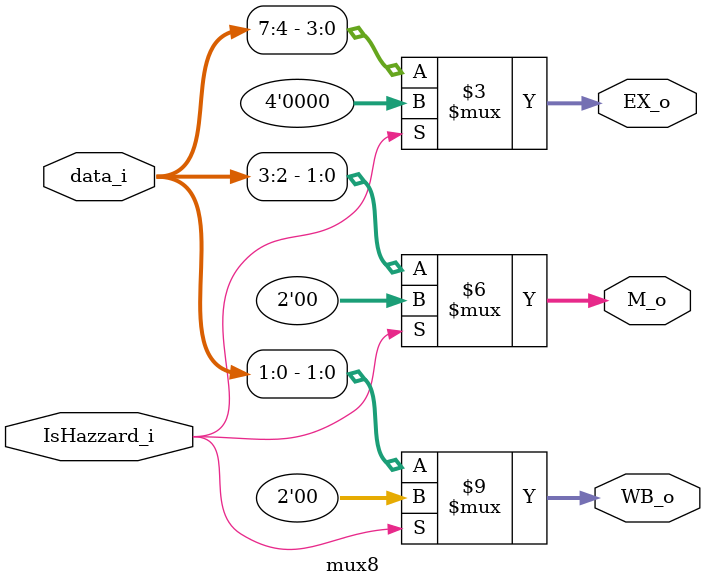
<source format=v>
module mux8(
	data_i,
	IsHazzard_i,
	WB_o,
	M_o,
	EX_o
);
input	[7:0]		data_i;
output	reg	[1:0]	WB_o;
output	reg	[1:0]	M_o;
output	reg	[3:0]	EX_o;
input IsHazzard_i;

always@(*)begin
	if(IsHazzard_i)begin
		WB_o = 2'b00;
		M_o = 2'b00;
		EX_o = 4'b0000;
	end
	else begin 
		WB_o = data_i[1:0];
		M_o = data_i[3:2];
		EX_o = data_i[7:4];
	end
end

endmodule
</source>
